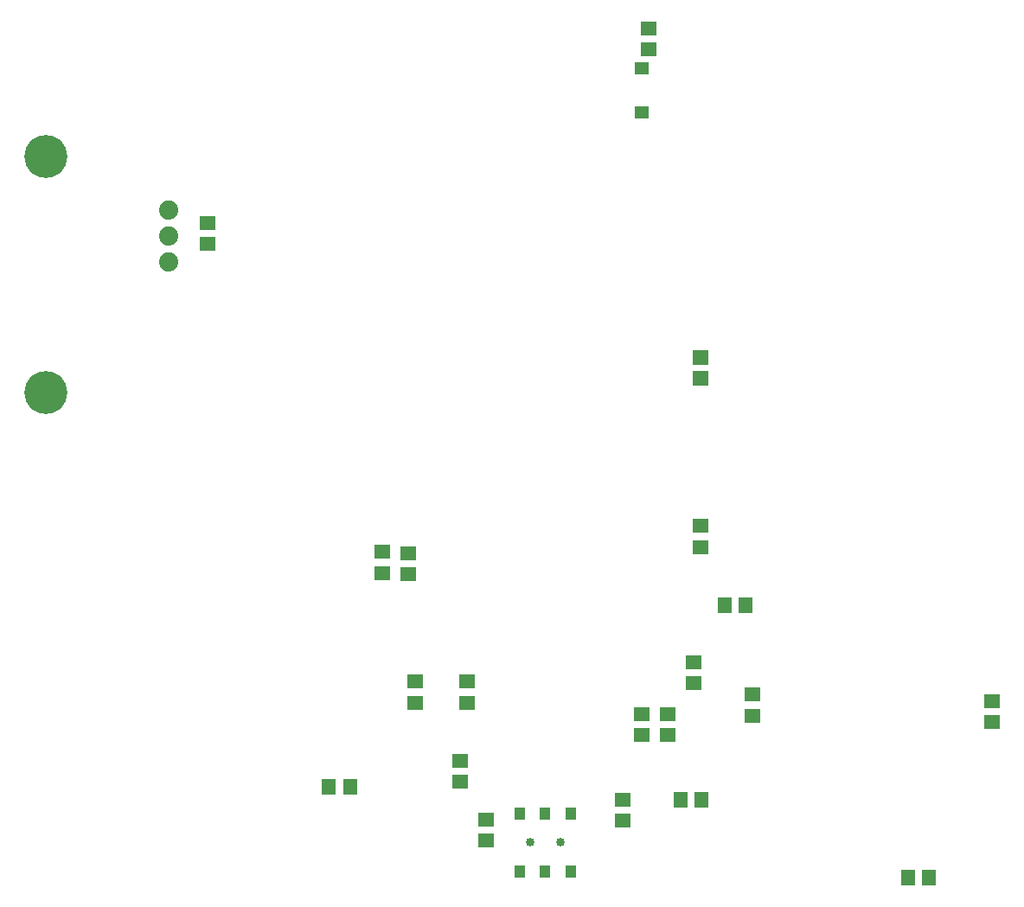
<source format=gtp>
G04 MADE WITH FRITZING*
G04 WWW.FRITZING.ORG*
G04 DOUBLE SIDED*
G04 HOLES PLATED*
G04 CONTOUR ON CENTER OF CONTOUR VECTOR*
%ASAXBY*%
%FSLAX23Y23*%
%MOIN*%
%OFA0B0*%
%SFA1.0B1.0*%
%ADD10C,0.033465*%
%ADD11C,0.074000*%
%ADD12C,0.165354*%
%ADD13R,0.039370X0.045276*%
%ADD14R,0.059055X0.055118*%
%ADD15R,0.055118X0.059055*%
%ADD16R,0.057874X0.050000*%
%ADD17R,0.001000X0.001000*%
%LNPASTEMASK1*%
G90*
G70*
G54D10*
X2009Y414D03*
X2127Y414D03*
G54D11*
X616Y2653D03*
X616Y2753D03*
X616Y2853D03*
G54D12*
X144Y2148D03*
X144Y3058D03*
G54D13*
X1969Y303D03*
X2068Y303D03*
X2166Y303D03*
X1969Y525D03*
X2068Y525D03*
X2166Y525D03*
G54D14*
X1841Y503D03*
X1841Y422D03*
X2366Y578D03*
X2366Y497D03*
G54D15*
X2591Y578D03*
X2672Y578D03*
G54D14*
X1441Y1453D03*
X1441Y1534D03*
G54D16*
X2441Y3228D03*
X2441Y3397D03*
G54D14*
X2641Y1028D03*
X2641Y1109D03*
X2866Y903D03*
X2866Y984D03*
X1766Y953D03*
X1766Y1034D03*
X1566Y953D03*
X1566Y1034D03*
X1541Y1528D03*
X1541Y1447D03*
X2466Y3553D03*
X2466Y3472D03*
X3791Y878D03*
X3791Y959D03*
G54D15*
X3466Y278D03*
X3547Y278D03*
G54D14*
X2441Y828D03*
X2441Y909D03*
X2541Y828D03*
X2541Y909D03*
X2666Y1553D03*
X2666Y1634D03*
X766Y2803D03*
X766Y2722D03*
X1741Y728D03*
X1741Y647D03*
G54D15*
X1235Y628D03*
X1316Y628D03*
X2841Y1328D03*
X2760Y1328D03*
G36*
X2637Y2231D02*
X2696Y2231D01*
X2696Y2175D01*
X2637Y2175D01*
X2637Y2231D01*
G37*
D02*
G36*
X2637Y2311D02*
X2696Y2311D01*
X2696Y2256D01*
X2637Y2256D01*
X2637Y2311D01*
G37*
D02*
G54D17*
D02*
G04 End of PasteMask1*
M02*
</source>
